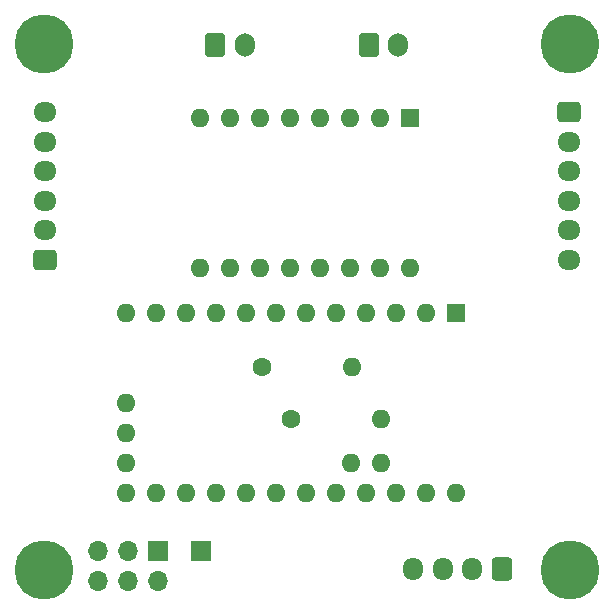
<source format=gbr>
%TF.GenerationSoftware,KiCad,Pcbnew,7.0.3*%
%TF.CreationDate,2023-08-28T19:15:28+05:00*%
%TF.ProjectId,MotorDriver3,4d6f746f-7244-4726-9976-6572332e6b69,rev?*%
%TF.SameCoordinates,Original*%
%TF.FileFunction,Soldermask,Top*%
%TF.FilePolarity,Negative*%
%FSLAX46Y46*%
G04 Gerber Fmt 4.6, Leading zero omitted, Abs format (unit mm)*
G04 Created by KiCad (PCBNEW 7.0.3) date 2023-08-28 19:15:28*
%MOMM*%
%LPD*%
G01*
G04 APERTURE LIST*
G04 Aperture macros list*
%AMRoundRect*
0 Rectangle with rounded corners*
0 $1 Rounding radius*
0 $2 $3 $4 $5 $6 $7 $8 $9 X,Y pos of 4 corners*
0 Add a 4 corners polygon primitive as box body*
4,1,4,$2,$3,$4,$5,$6,$7,$8,$9,$2,$3,0*
0 Add four circle primitives for the rounded corners*
1,1,$1+$1,$2,$3*
1,1,$1+$1,$4,$5*
1,1,$1+$1,$6,$7*
1,1,$1+$1,$8,$9*
0 Add four rect primitives between the rounded corners*
20,1,$1+$1,$2,$3,$4,$5,0*
20,1,$1+$1,$4,$5,$6,$7,0*
20,1,$1+$1,$6,$7,$8,$9,0*
20,1,$1+$1,$8,$9,$2,$3,0*%
G04 Aperture macros list end*
%ADD10R,1.700000X1.700000*%
%ADD11O,1.600000X1.600000*%
%ADD12R,1.600000X1.600000*%
%ADD13C,5.000000*%
%ADD14RoundRect,0.250000X-0.725000X0.600000X-0.725000X-0.600000X0.725000X-0.600000X0.725000X0.600000X0*%
%ADD15O,1.950000X1.700000*%
%ADD16RoundRect,0.250000X-0.600000X-0.750000X0.600000X-0.750000X0.600000X0.750000X-0.600000X0.750000X0*%
%ADD17O,1.700000X2.000000*%
%ADD18RoundRect,0.250000X0.600000X0.725000X-0.600000X0.725000X-0.600000X-0.725000X0.600000X-0.725000X0*%
%ADD19O,1.700000X1.950000*%
%ADD20RoundRect,0.250000X0.725000X-0.600000X0.725000X0.600000X-0.725000X0.600000X-0.725000X-0.600000X0*%
%ADD21O,1.700000X1.700000*%
%ADD22C,1.600000*%
G04 APERTURE END LIST*
D10*
%TO.C,J7*%
X100250000Y-110425000D03*
%TD*%
D11*
%TO.C,A2*%
X121900000Y-105490000D03*
X119360000Y-105490000D03*
X116820000Y-105490000D03*
X114280000Y-105490000D03*
X115550000Y-102950000D03*
X113010000Y-102950000D03*
X111740000Y-105490000D03*
X109200000Y-105490000D03*
X106660000Y-105490000D03*
X104120000Y-105490000D03*
X101580000Y-105490000D03*
X99040000Y-105490000D03*
X96500000Y-105490000D03*
X93960000Y-105490000D03*
X93960000Y-102950000D03*
X93960000Y-100410000D03*
X93960000Y-97870000D03*
X93960000Y-90250000D03*
X96500000Y-90250000D03*
X99040000Y-90250000D03*
X101580000Y-90250000D03*
X104120000Y-90250000D03*
X106660000Y-90250000D03*
X109200000Y-90250000D03*
X111740000Y-90250000D03*
X114280000Y-90250000D03*
X116820000Y-90250000D03*
X119360000Y-90250000D03*
D12*
X121900000Y-90250000D03*
%TD*%
D13*
%TO.C,H1*%
X87000000Y-67500000D03*
%TD*%
D11*
%TO.C,U1*%
X117975000Y-86450000D03*
X115435000Y-86450000D03*
X112895000Y-86450000D03*
X110355000Y-86450000D03*
X107815000Y-86450000D03*
X105275000Y-86450000D03*
X102735000Y-86450000D03*
X100195000Y-86450000D03*
X100195000Y-73750000D03*
X102735000Y-73750000D03*
X105275000Y-73750000D03*
X107815000Y-73750000D03*
X110355000Y-73750000D03*
X112895000Y-73750000D03*
X115435000Y-73750000D03*
D12*
X117975000Y-73750000D03*
%TD*%
D14*
%TO.C,J1*%
X131425000Y-73250000D03*
D15*
X131425000Y-75750000D03*
X131425000Y-78250000D03*
X131425000Y-80750000D03*
X131425000Y-83250000D03*
X131425000Y-85750000D03*
%TD*%
D16*
%TO.C,J5*%
X101500000Y-67575000D03*
D17*
X104000000Y-67575000D03*
%TD*%
D16*
%TO.C,J6*%
X114500000Y-67575000D03*
D17*
X117000000Y-67575000D03*
%TD*%
D18*
%TO.C,J3*%
X125750000Y-111925000D03*
D19*
X123250000Y-111925000D03*
X120750000Y-111925000D03*
X118250000Y-111925000D03*
%TD*%
D13*
%TO.C,H2*%
X131500000Y-67500000D03*
%TD*%
%TO.C,H3*%
X131500000Y-112000000D03*
%TD*%
%TO.C,H4*%
X87000000Y-112000000D03*
%TD*%
D20*
%TO.C,J2*%
X87075000Y-85750000D03*
D15*
X87075000Y-83250000D03*
X87075000Y-80750000D03*
X87075000Y-78250000D03*
X87075000Y-75750000D03*
X87075000Y-73250000D03*
%TD*%
D10*
%TO.C,J4*%
X96630000Y-110425000D03*
D21*
X96630000Y-112965000D03*
X94090000Y-110425000D03*
X94090000Y-112965000D03*
X91550000Y-110425000D03*
X91550000Y-112965000D03*
%TD*%
D22*
%TO.C,R2*%
X105430000Y-94850000D03*
D11*
X113050000Y-94850000D03*
%TD*%
%TO.C,R1*%
X115550000Y-99250000D03*
D22*
X107930000Y-99250000D03*
%TD*%
M02*

</source>
